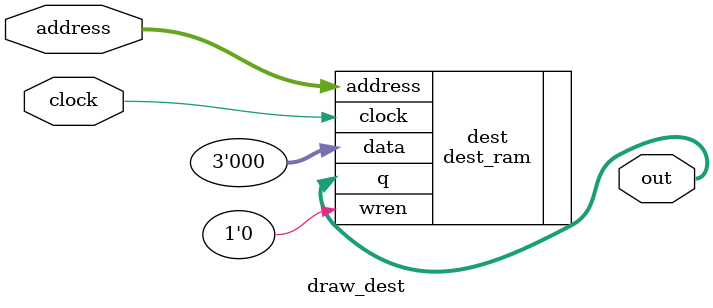
<source format=v>
module read_title(address, clock, out);
	input [14:0] address;
	input clock;
	output [2:0] out;
	
	title_ram title1(
		.address(address),
		.clock(clock),
		.data(3'b000),
		.wren(1'b0),
		.q(out));
endmodule

module read_ins(address, clock, out);
	input [14:0] address;
	input clock;
	output [2:0] out;
	
	ins_ram ins1(
		.address(address),
		.clock(clock),
		.data(3'b000),
		.wren(1'b0),
		.q(out));
endmodule

module read_clear(address, clock, out);
	input [14:0] address;
	input clock;
	output [2:0] out;
	
	clear_ram clear1(
		.address(address),
		.clock(clock),
		.data(3'b000),
		.wren(1'b0),
		.q(out));
endmodule

module read_select(address, clock, out);
	input [14:0] address;
	input clock;
	output [2:0] out;
	
	select_ram select1(
		.address(address),
		.clock(clock),
		.data(3'b000),
		.wren(1'b0),
		.q(out));
endmodule

module read_arena_0(address, clock, out);
	input [14:0] address;
	input clock;
	output [2:0] out;
	
	arena0_map map0(
		.address(address), 
		.clock(clock), 
		.data(3'b000),  
		.wren(1'b0), 
		.q(out));
endmodule

module read_arena_1(address, clock, out);
	input [14:0] address;
	input clock;
	output [2:0] out;
	
	arena1_map map1(
		.address(address), 
		.clock(clock), 
		.data(3'b000),  
		.wren(1'b0), 
		.q(out));
endmodule

module read_arena_2(address, clock, out);
	input [14:0] address;
	input clock;
	output [2:0] out;
	
	arena2_map map2(
		.address(address), 
		.clock(clock), 
		.data(3'b000),  
		.wren(1'b0), 
		.q(out));
endmodule

module read_arena_3(address, clock, out);
	input [14:0] address;
	input clock;
	output [2:0] out;
	
	arena3_map map3(
		.address(address), 
		.clock(clock), 
		.data(3'b000),  
		.wren(1'b0), 
		.q(out));
endmodule

module read_arena_4(address, clock, out);
	input [14:0] address;
	input clock;
	output [2:0] out;
	
	arena4_map map4(
		.address(address), 
		.clock(clock), 
		.data(3'b000),  
		.wren(1'b0), 
		.q(out));
endmodule

module read_arena_5(address, clock, out);
	input [14:0] address;
	input clock;
	output [2:0] out;
	
	arena5_map map5(
		.address(address), 
		.clock(clock), 
		.data(3'b000),  
		.wren(1'b0), 
		.q(out));
endmodule

module read_arena_6(address, clock, out);
	input [14:0] address;
	input clock;
	output [2:0] out;
	
	arena6_map map6(
		.address(address), 
		.clock(clock), 
		.data(3'b000),  
		.wren(1'b0), 
		.q(out));
endmodule

module read_arena_7(address, clock, out);
	input [14:0] address;
	input clock;
	output [2:0] out;
	
	arena7_map map7(
		.address(address), 
		.clock(clock), 
		.data(3'b000),  
		.wren(1'b0), 
		.q(out));
endmodule

module draw_player (address, clock, out);
	input [5:0] address;
	input clock;
	output [2:0] out;
	
	player_ram player1(
		.address(address),
		.clock(clock),
		.data(3'b000),
		.wren(1'b0),
		.q(out));
endmodule

module draw_box (address, clock, out);
	input [5:0] address;
	input clock;
	output [2:0] out;
	
	box_ram box(
		.address(address),
		.clock(clock),
		.data(3'b000),
		.wren(1'b0),
		.q(out));
endmodule

module draw_path (address, clock, out);
	input [5:0] address;
	input clock;
	output [2:0] out;
	
	path_ram path(
		.address(address),
		.clock(clock),
		.data(3'b000),
		.wren(1'b0),
		.q(out));
endmodule

module draw_dest (address, clock, out);
	input [5:0] address;
	input clock;
	output [2:0] out;
	
	dest_ram dest(
		.address(address),
		.clock(clock),
		.data(3'b000),
		.wren(1'b0),
		.q(out));
endmodule
</source>
